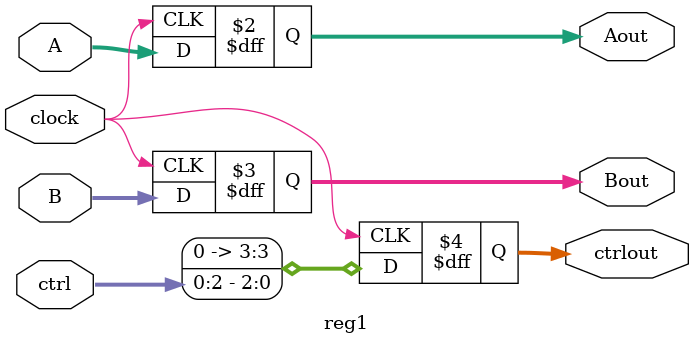
<source format=v>
module reg1(A,B,ctrl,Aout,Bout,clock,ctrlout);
	input [0:3] A,B;
	input [0:2] ctrl;
	input clock;
	output reg[0:3] Aout,Bout,ctrlout;
	always @ (negedge clock)
	begin
		Aout = A;
		Bout = B;
		ctrlout = ctrl;
	end
endmodule
	
	
</source>
